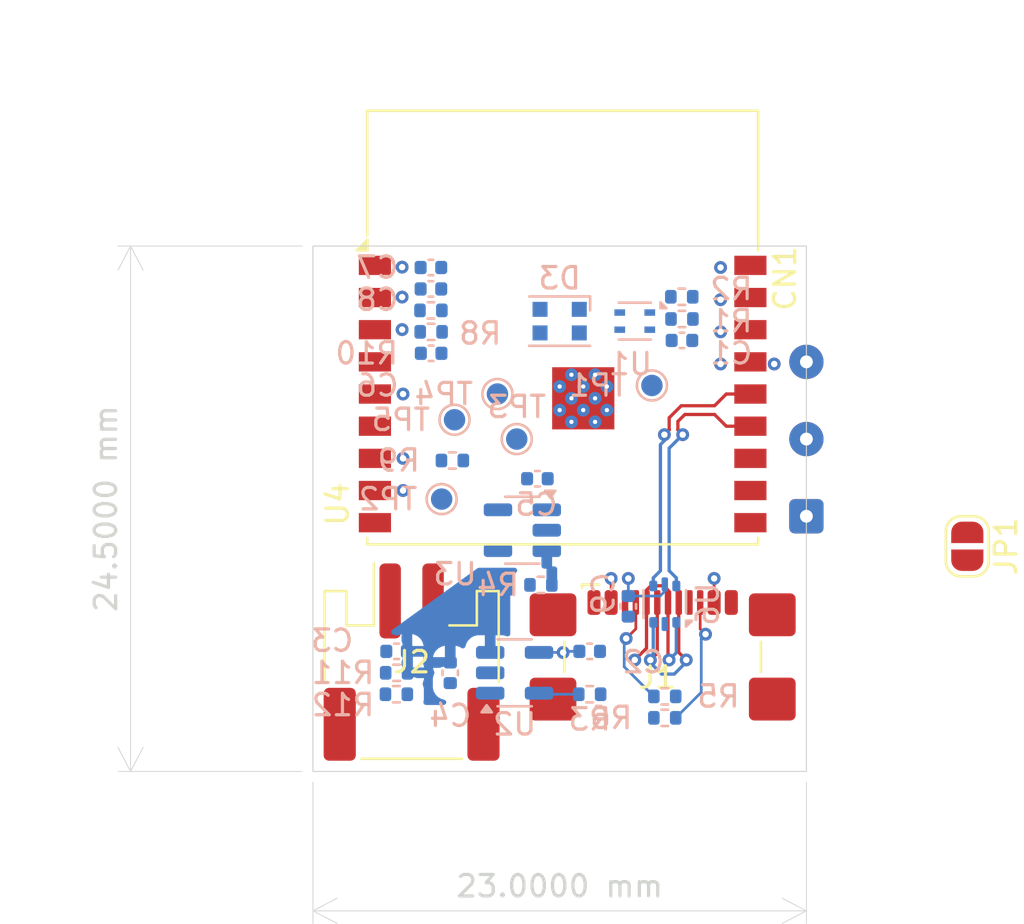
<source format=kicad_pcb>
(kicad_pcb (version 20240108) (generator "pcbnew") (generator_version "8.0")
  (layers (0 "F.Cu" signal "Front") (1 "In1.Cu" signal) (2 "In2.Cu" signal) (31 "B.Cu" signal "Back") (34 "B.Paste" user) (35 "F.Paste" user) (36 "B.SilkS" user "B.Silkscreen") (37 "F.SilkS" user "F.Silkscreen") (38 "B.Mask" user) (39 "F.Mask" user) (44 "Edge.Cuts" user))
  (property "TITLE" "Temperature Node")
  (net 0 "")
  (net 1 "/SHT_EN")
  (net 2 "GND")
  (net 3 "VBUS")
  (net 4 "+BATT")
  (net 5 "+3.3V")
  (net 6 "/EN")
  (net 7 "/TX")
  (net 8 "/RX")
  (net 9 "/LED_DI")
  (net 13 "/D-")
  (net 15 "/D+")
  (net 16 "Net-(J1-CC2)")
  (net 19 "Net-(J1-CC1)")
  (net 20 "Net-(JP1-B)")
  (net 21 "/SCL")
  (net 22 "/SDA")
  (net 23 "Net-(U2-PROG)")
  (net 24 "/CHG_STAT")
  (net 25 "Net-(U4-IO2)")
  (net 26 "Net-(U4-IO8)")
  (net 27 "/BATT_Att")
  (net 29 "/GPIO7")
  (net 31 "/GPIO5")
  (net 32 "/D_P")
  (net 33 "/D_N")
  (footprint "Connector_USB:USB_C_Receptacle_GCT_USB4110" (layer "F.Cu") (at 137.3 100.3)
    (property "Reference" "J1" (at -0.25 -0.18 0) (layer "F.SilkS"))
    (property "Value" "USB_C_Receptacle_USB2.0_16P")
    (fp_line (start -4.58 -0.435) (end -4.58 -1.845) (stroke (width 0.12)) (layer "F.SilkS"))
    (fp_line (start -3.76 -4.515) (end -3.76 -4.365) (stroke (width 0.12)) (layer "F.SilkS"))
    (fp_line (start -2.96 -4.515) (end -3.76 -4.515) (stroke (width 0.12)) (layer "F.SilkS"))
    (fp_line (start 4.58 -0.435) (end 4.58 -1.845) (stroke (width 0.12)) (layer "F.SilkS"))
    (pad "" np_thru_hole circle (at -2.89 -2.605) (size 0.65 0.65) (drill 0.65) (layers "F&B.Cu" "*.Mask"))
    (pad "" np_thru_hole circle (at 2.89 -2.605) (size 0.65 0.65) (drill 0.65) (layers "F&B.Cu" "*.Mask"))
    (pad "A1" smd roundrect (at -3.2 -3.68) (size 0.6 1.15) (layers "F.Cu" "F.Paste" "F.Mask") (net 2 "GND"))
    (pad "A4" smd roundrect (at -2.4 -3.68) (size 0.6 1.15) (layers "F.Cu" "F.Paste" "F.Mask") (net 3 "VBUS"))
    (pad "A5" smd roundrect (at -1.25 -3.68) (size 0.3 1.15) (layers "F.Cu" "F.Paste" "F.Mask") (net 19 "Net-(J1-CC1)"))
    (pad "A6" smd roundrect (at -0.25 -3.68) (size 0.3 1.15) (layers "F.Cu" "F.Paste" "F.Mask") (net 32 "/D_P"))
    (pad "A7" smd roundrect (at 0.25 -3.68) (size 0.3 1.15) (layers "F.Cu" "F.Paste" "F.Mask") (net 33 "/D_N"))
    (pad "A8" smd roundrect (at 1.25 -3.68) (size 0.3 1.15) (layers "F.Cu" "F.Paste" "F.Mask"))
    (pad "A9" smd roundrect (at 2.4 -3.68) (size 0.6 1.15) (layers "F.Cu" "F.Paste" "F.Mask") (net 3 "VBUS"))
    (pad "A12" smd roundrect (at 3.2 -3.68) (size 0.6 1.15) (layers "F.Cu" "F.Paste" "F.Mask") (net 2 "GND"))
    (pad "B1" smd roundrect (at 3.2 -3.68) (size 0.6 1.15) (layers "F.Cu" "F.Paste" "F.Mask") (net 2 "GND"))
    (pad "B4" smd roundrect (at 2.4 -3.68) (size 0.6 1.15) (layers "F.Cu" "F.Paste" "F.Mask") (net 3 "VBUS"))
    (pad "B5" smd roundrect (at 1.75 -3.68) (size 0.3 1.15) (layers "F.Cu" "F.Paste" "F.Mask") (net 16 "Net-(J1-CC2)"))
    (pad "B6" smd roundrect (at 0.75 -3.68) (size 0.3 1.15) (layers "F.Cu" "F.Paste" "F.Mask") (net 32 "/D_P"))
    (pad "B7" smd roundrect (at -0.75 -3.68) (size 0.3 1.15) (layers "F.Cu" "F.Paste" "F.Mask") (net 33 "/D_N"))
    (pad "B8" smd roundrect (at -1.75 -3.68) (size 0.3 1.15) (layers "F.Cu" "F.Paste" "F.Mask"))
    (pad "B9" smd roundrect (at -2.4 -3.68) (size 0.6 1.15) (layers "F.Cu" "F.Paste" "F.Mask") (net 3 "VBUS"))
    (pad "B12" smd roundrect (at -3.2 -3.68) (size 0.6 1.15) (layers "F.Cu" "F.Paste" "F.Mask") (net 2 "GND"))
    (pad "S1" smd roundrect (at -5.11 -3.105) (size 2.18 2) (layers "F.Cu" "F.Paste" "F.Mask") (roundrect_rratio 0.125))
    (pad "S1" smd roundrect (at -5.11 0.825) (size 2.18 2) (layers "F.Cu" "F.Paste" "F.Mask") (roundrect_rratio 0.125))
    (pad "S1" smd roundrect (at 5.11 -3.105) (size 2.18 2) (layers "F.Cu" "F.Paste" "F.Mask") (roundrect_rratio 0.125))
    (pad "S1" smd roundrect (at 5.11 0.825) (size 2.18 2) (layers "F.Cu" "F.Paste" "F.Mask") (roundrect_rratio 0.125))
  )
  (footprint "Jumper:SolderJumper-2_P1.3mm_Open_RoundedPad1.0x1.5mm" (layer "F.Cu") (at 151.5 94 -90)
    (property "Reference" "JP1" (at 0 -1.8 90) (layer "F.SilkS"))
    (property "Value" "~")
    (fp_line (start 0.7 1) (end -0.7 1) (stroke (width 0.12)) (layer "F.SilkS"))
    (fp_line (start -1.4 0.3) (end -1.4 -0.3) (stroke (width 0.12)) (layer "F.SilkS"))
    (fp_line (start 1.4 -0.3) (end 1.4 0.3) (stroke (width 0.12)) (layer "F.SilkS"))
    (fp_line (start -0.7 -1) (end 0.7 -1) (stroke (width 0.12)) (layer "F.SilkS"))
    (fp_arc (start -0.7 1) (mid -1.194975 0.794975) (end -1.4 0.3) (stroke (width 0.12)) (layer "F.SilkS"))
    (fp_arc (start 1.4 0.3) (mid 1.194975 0.794975) (end 0.7 1) (stroke (width 0.12)) (layer "F.SilkS"))
    (fp_arc (start -1.4 -0.3) (mid -1.194975 -0.794975) (end -0.7 -1) (stroke (width 0.12)) (layer "F.SilkS"))
    (fp_arc (start 0.7 -1) (mid 1.194975 -0.794975) (end 1.4 -0.3) (stroke (width 0.12)) (layer "F.SilkS"))
    (pad "1" smd custom (at -0.65 0 270) (size 1 0.5) (layers "F.Cu" "F.Mask") (net 2 "GND") (options (clearance outline) (anchor rect)) (primitives (gr_circle (center 0 0.25) (end 0.5 0.25) (width 0) (fill yes)) (gr_circle (center 0 -0.25) (end 0.5 -0.25) (width 0) (fill yes)) (gr_poly (pts (xy 0.5 0.75) (xy 0 0.75) (xy 0 -0.75) (xy 0.5 -0.75)) (width 0) (fill yes))))
    (pad "2" smd custom (at 0.65 0 270) (size 1 0.5) (layers "F.Cu" "F.Mask") (net 20 "Net-(JP1-B)") (options (clearance outline) (anchor rect)) (primitives (gr_circle (center 0 0.25) (end 0.5 0.25) (width 0) (fill yes)) (gr_circle (center 0 -0.25) (end 0.5 -0.25) (width 0) (fill yes)) (gr_poly (pts (xy 0 0.75) (xy -0.5 0.75) (xy -0.5 -0.75) (xy 0 -0.75)) (width 0) (fill yes))))
  )
  (footprint "RF_Module:ESP32-C3-WROOM-02" (layer "F.Cu") (at 132.64 86.9)
    (property "Reference" "U4" (at -10.5 5.13 90) (layer "F.SilkS"))
    (property "Value" "ESP32-C3-WROOM-02")
    (fp_line (start -9.11 -13.21) (end -9.11 -7.4) (stroke (width 0.12)) (layer "F.SilkS"))
    (fp_line (start -9.11 -13.21) (end 9.11 -13.21) (stroke (width 0.12)) (layer "F.SilkS"))
    (fp_line (start -9.11 6.71) (end -9.11 7.01) (stroke (width 0.12)) (layer "F.SilkS"))
    (fp_line (start -9.11 7.01) (end 9.11 7.01) (stroke (width 0.12)) (layer "F.SilkS"))
    (fp_line (start 9.11 -13.21) (end 9.11 -6.71) (stroke (width 0.12)) (layer "F.SilkS"))
    (fp_line (start 9.11 6.71) (end 9.11 7.01) (stroke (width 0.12)) (layer "F.SilkS"))
    (fp_poly (pts (xy -9.1 -6.7) (xy -9.6 -6.7) (xy -9.1 -7.2) (xy -9.1 -6.7)) (stroke (width 0.12)) (fill solid) (layer "F.SilkS"))
    (pad "1" smd rect (at -8.75 -6) (size 1.5 0.9) (layers "F.Cu" "F.Paste" "F.Mask") (net 5 "+3.3V"))
    (pad "2" smd rect (at -8.75 -4.5) (size 1.5 0.9) (layers "F.Cu" "F.Paste" "F.Mask") (net 6 "/EN"))
    (pad "3" smd rect (at -8.75 -3) (size 1.5 0.9) (layers "F.Cu" "F.Paste" "F.Mask") (net 9 "/LED_DI"))
    (pad "4" smd rect (at -8.75 -1.5) (size 1.5 0.9) (layers "F.Cu" "F.Paste" "F.Mask") (net 31 "/GPIO5"))
    (pad "5" smd rect (at -8.75 0) (size 1.5 0.9) (layers "F.Cu" "F.Paste" "F.Mask") (net 1 "/SHT_EN"))
    (pad "6" smd rect (at -8.75 1.5) (size 1.5 0.9) (layers "F.Cu" "F.Paste" "F.Mask") (net 29 "/GPIO7"))
    (pad "7" smd rect (at -8.75 3) (size 1.5 0.9) (layers "F.Cu" "F.Paste" "F.Mask") (net 26 "Net-(U4-IO8)"))
    (pad "8" smd rect (at -8.75 4.5) (size 1.5 0.9) (layers "F.Cu" "F.Paste" "F.Mask") (net 20 "Net-(JP1-B)"))
    (pad "9" smd rect (at -8.75 6) (size 1.5 0.9) (layers "F.Cu" "F.Paste" "F.Mask") (net 2 "GND"))
    (pad "10" smd rect (at 8.75 6) (size 1.5 0.9) (layers "F.Cu" "F.Paste" "F.Mask") (net 24 "/CHG_STAT"))
    (pad "11" smd rect (at 8.75 4.5) (size 1.5 0.9) (layers "F.Cu" "F.Paste" "F.Mask") (net 8 "/RX"))
    (pad "12" smd rect (at 8.75 3) (size 1.5 0.9) (layers "F.Cu" "F.Paste" "F.Mask") (net 7 "/TX"))
    (pad "13" smd rect (at 8.75 1.5) (size 1.5 0.9) (layers "F.Cu" "F.Paste" "F.Mask") (net 13 "/D-"))
    (pad "14" smd rect (at 8.75 0) (size 1.5 0.9) (layers "F.Cu" "F.Paste" "F.Mask") (net 15 "/D+"))
    (pad "15" smd rect (at 8.75 -1.5) (size 1.5 0.9) (layers "F.Cu" "F.Paste" "F.Mask") (net 27 "/BATT_Att"))
    (pad "16" smd rect (at 8.75 -3) (size 1.5 0.9) (layers "F.Cu" "F.Paste" "F.Mask") (net 25 "Net-(U4-IO2)"))
    (pad "17" smd rect (at 8.75 -4.5) (size 1.5 0.9) (layers "F.Cu" "F.Paste" "F.Mask") (net 22 "/SDA"))
    (pad "18" smd rect (at 8.75 -6) (size 1.5 0.9) (layers "F.Cu" "F.Paste" "F.Mask") (net 21 "/SCL"))
    (pad "19" thru_hole circle (at -0.14 -0.35) (size 0.6 0.6) (drill 0.2) (property pad_prop_heatsink) (layers "*.Cu" "F.Mask") (net 2 "GND"))
    (pad "19" thru_hole circle (at -0.14 0.75) (size 0.6 0.6) (drill 0.2) (property pad_prop_heatsink) (layers "*.Cu" "F.Mask") (net 2 "GND"))
    (pad "19" thru_hole circle (at 0.41 -0.9) (size 0.6 0.6) (drill 0.2) (property pad_prop_heatsink) (layers "*.Cu" "F.Mask") (net 2 "GND"))
    (pad "19" thru_hole circle (at 0.41 0.2) (size 0.6 0.6) (drill 0.2) (property pad_prop_heatsink) (layers "*.Cu" "F.Mask") (net 2 "GND"))
    (pad "19" thru_hole circle (at 0.41 1.3) (size 0.6 0.6) (drill 0.2) (property pad_prop_heatsink) (layers "*.Cu" "F.Mask") (net 2 "GND"))
    (pad "19" thru_hole circle (at 0.96 -0.35) (size 0.6 0.6) (drill 0.2) (property pad_prop_heatsink) (layers "*.Cu" "F.Mask") (net 2 "GND"))
    (pad "19" smd rect (at 0.96 0.2) (size 2.9 2.9) (layers "F.Cu" "F.Mask") (net 2 "GND"))
    (pad "19" thru_hole circle (at 0.96 0.75) (size 0.6 0.6) (drill 0.2) (property pad_prop_heatsink) (layers "*.Cu" "F.Mask") (net 2 "GND"))
    (pad "19" thru_hole circle (at 1.51 -0.9) (size 0.6 0.6) (drill 0.2) (property pad_prop_heatsink) (layers "*.Cu" "F.Mask") (net 2 "GND"))
    (pad "19" thru_hole circle (at 1.51 0.2) (size 0.6 0.6) (drill 0.2) (property pad_prop_heatsink) (layers "*.Cu" "F.Mask") (net 2 "GND"))
    (pad "19" thru_hole circle (at 1.51 1.3) (size 0.6 0.6) (drill 0.2) (property pad_prop_heatsink) (layers "*.Cu" "F.Mask") (net 2 "GND"))
    (pad "19" thru_hole circle (at 2.06 -0.35) (size 0.6 0.6) (drill 0.2) (property pad_prop_heatsink) (layers "*.Cu" "F.Mask") (net 2 "GND"))
    (pad "19" thru_hole circle (at 2.06 0.75) (size 0.6 0.6) (drill 0.2) (property pad_prop_heatsink) (layers "*.Cu" "F.Mask") (net 2 "GND"))
    (zone (net 0) (net_name "") (layers "*.Cu") (connect_pads (clearance 0)) (min_thickness 0.254)
      (keepout (tracks not_allowed) (vias not_allowed) (pads not_allowed) (copperpour not_allowed) (footprints not_allowed))
      (fill (thermal_gap 0.508) (thermal_bridge_width 0.508))
      (polygon (pts (xy 118.64 79.8) (xy 146.64 79.8) (xy 146.64 68.8) (xy 118.64 68.8)))
    )
  )
  (footprint "Connector_JST:JST_PH_S2B-PH-SM4-TB_1x02-1MP_P2.00mm_Horizontal" (layer "F.Cu") (at 125.6 99.4)
    (property "Reference" "J2" (at 0 0 0) (layer "F.SilkS"))
    (property "Value" "S2B-PH-K-S")
    (fp_line (start -4.06 -3.31) (end -3.04 -3.31) (stroke (width 0.12)) (layer "F.SilkS"))
    (fp_line (start -4.06 0.94) (end -4.06 -3.31) (stroke (width 0.12)) (layer "F.SilkS"))
    (fp_line (start -3.04 -3.31) (end -3.04 -1.71) (stroke (width 0.12)) (layer "F.SilkS"))
    (fp_line (start -3.04 -1.71) (end -1.76 -1.71) (stroke (width 0.12)) (layer "F.SilkS"))
    (fp_line (start -2.34 4.51) (end 2.34 4.51) (stroke (width 0.12)) (layer "F.SilkS"))
    (fp_line (start -1.76 -1.71) (end -1.76 -4.6) (stroke (width 0.12)) (layer "F.SilkS"))
    (fp_line (start 3.04 -3.31) (end 3.04 -1.71) (stroke (width 0.12)) (layer "F.SilkS"))
    (fp_line (start 3.04 -1.71) (end 1.76 -1.71) (stroke (width 0.12)) (layer "F.SilkS"))
    (fp_line (start 4.06 -3.31) (end 3.04 -3.31) (stroke (width 0.12)) (layer "F.SilkS"))
    (fp_line (start 4.06 0.94) (end 4.06 -3.31) (stroke (width 0.12)) (layer "F.SilkS"))
    (pad "1" smd roundrect (at -1 -2.85) (size 1 3.5) (layers "F.Cu" "F.Paste" "F.Mask") (net 4 "+BATT"))
    (pad "2" smd roundrect (at 1 -2.85) (size 1 3.5) (layers "F.Cu" "F.Paste" "F.Mask") (net 2 "GND"))
    (pad "MP" smd roundrect (at -3.35 2.9) (size 1.5 3.4) (layers "F.Cu" "F.Paste" "F.Mask") (roundrect_rratio 0.166667))
    (pad "MP" smd roundrect (at 3.35 2.9) (size 1.5 3.4) (layers "F.Cu" "F.Paste" "F.Mask") (roundrect_rratio 0.166667))
  )
  (footprint "Connector_Wire:SolderWire-0.1sqmm_1x03_P3.6mm_D0.4mm_OD1mm" (layer "F.Cu") (at 144 92.6 90)
    (property "Reference" "CN1" (at 11.09 -1 90) (layer "F.SilkS"))
    (property "Value" "UART")
    (pad "1" thru_hole roundrect (at 0 0 90) (size 1.6 1.6) (drill 0.6) (layers "*.Cu" "*.Mask") (roundrect_rratio 0.15625) (net 8 "/RX"))
    (pad "2" thru_hole circle (at 3.6 0 90) (size 1.6 1.6) (drill 0.6) (layers "*.Cu" "*.Mask") (net 7 "/TX"))
    (pad "3" thru_hole circle (at 7.2 0 90) (size 1.6 1.6) (drill 0.6) (layers "*.Cu" "*.Mask") (net 2 "GND"))
  )
  (footprint "Resistor_SMD:R_0402_1005Metric" (layer "B.Cu") (at 133.9 100.9)
    (property "Reference" "R3" (at 0 1.17 360) (layer "B.SilkS") (effects (justify mirror)))
    (property "Value" "10k")
    (fp_line (start 0.153641 -0.38) (end -0.153641 -0.38) (stroke (width 0.12)) (layer "B.SilkS"))
    (fp_line (start 0.153641 0.38) (end -0.153641 0.38) (stroke (width 0.12)) (layer "B.SilkS"))
    (pad "1" smd roundrect (at -0.51 0) (size 0.54 0.64) (layers "B.Cu" "B.Paste" "B.Mask") (net 23 "Net-(U2-PROG)"))
    (pad "2" smd roundrect (at 0.51 0) (size 0.54 0.64) (layers "B.Cu" "B.Paste" "B.Mask") (net 2 "GND"))
  )
  (footprint "Resistor_SMD:R_0402_1005Metric" (layer "B.Cu") (at 137.4 101 180)
    (property "Reference" "R5" (at -2.5 0 0) (layer "B.SilkS") (effects (justify mirror)))
    (property "Value" "5k1")
    (fp_line (start 0.153641 0.38) (end -0.153641 0.38) (stroke (width 0.12)) (layer "B.SilkS"))
    (fp_line (start 0.153641 -0.38) (end -0.153641 -0.38) (stroke (width 0.12)) (layer "B.SilkS"))
    (pad "1" smd roundrect (at -0.51 0 180) (size 0.54 0.64) (layers "B.Cu" "B.Paste" "B.Mask") (net 2 "GND"))
    (pad "2" smd roundrect (at 0.51 0 180) (size 0.54 0.64) (layers "B.Cu" "B.Paste" "B.Mask") (net 19 "Net-(J1-CC1)"))
  )
  (footprint "Sensor_Humidity:Sensirion_DFN-4_1.5x1.5mm_P0.8mm_SHT4x_NoCentralPad" (layer "B.Cu") (at 136 83.5 180)
    (property "Reference" "U1" (at 0.2 -2 0) (layer "B.SilkS") (effects (justify mirror)))
    (property "Value" "SHT40-AD1B-R3")
    (fp_line (start 0.75 0.86) (end -0.75 0.86) (stroke (width 0.12)) (layer "B.SilkS"))
    (fp_line (start 0.75 -0.86) (end -0.75 -0.86) (stroke (width 0.12)) (layer "B.SilkS"))
    (fp_poly (pts (xy -1.2 0.6) (xy -1.48 0.6) (xy -1.2 0.88) (xy -1.2 0.6)) (stroke (width 0.12)) (fill solid) (layer "B.SilkS"))
    (pad "1" smd rect (at -0.7 0.4 180) (size 0.5 0.3) (layers "B.Cu" "B.Paste" "B.Mask") (net 22 "/SDA"))
    (pad "2" smd rect (at -0.7 -0.4 180) (size 0.5 0.3) (layers "B.Cu" "B.Paste" "B.Mask") (net 21 "/SCL"))
    (pad "3" smd rect (at 0.7 -0.4 180) (size 0.5 0.3) (layers "B.Cu" "B.Paste" "B.Mask") (net 1 "/SHT_EN"))
    (pad "4" smd rect (at 0.7 0.4 180) (size 0.5 0.3) (layers "B.Cu" "B.Paste" "B.Mask") (net 2 "GND"))
    (zone (net 0) (net_name "") (layer "B.Cu") (connect_pads (clearance 0)) (min_thickness 0.254)
      (keepout (tracks not_allowed) (vias not_allowed) (pads allowed) (copperpour not_allowed) (footprints allowed))
      (fill (thermal_gap 0.508) (thermal_bridge_width 0.508))
      (polygon (pts (xy 135.25 82.95) (xy 135.55 82.95) (xy 135.55 83.25) (xy 135.25 83.25) (xy 135.25 83.75) (xy 135.55 83.75) (xy 135.55 84.05) (xy 135.25 84.05) (xy 135.25 84.25) (xy 136.75 84.25) (xy 136.75 84.05) (xy 136.45 84.05) (xy 136.45 83.75) (xy 136.75 83.75) (xy 136.75 83.25) (xy 136.45 83.25) (xy 136.45 82.95) (xy 136.75 82.95) (xy 136.75 82.75) (xy 135.25 82.75)))
    )
  )
  (footprint "Resistor_SMD:R_0402_1005Metric" (layer "B.Cu") (at 124.9 99.9 180)
    (property "Reference" "R11" (at 2.5 0 360) (layer "B.SilkS") (effects (justify mirror)))
    (property "Value" "100k")
    (fp_line (start 0.153641 0.38) (end -0.153641 0.38) (stroke (width 0.12)) (layer "B.SilkS"))
    (fp_line (start 0.153641 -0.38) (end -0.153641 -0.38) (stroke (width 0.12)) (layer "B.SilkS"))
    (pad "1" smd roundrect (at -0.51 0 180) (size 0.54 0.64) (layers "B.Cu" "B.Paste" "B.Mask") (net 4 "+BATT"))
    (pad "2" smd roundrect (at 0.51 0 180) (size 0.54 0.64) (layers "B.Cu" "B.Paste" "B.Mask") (net 27 "/BATT_Att"))
  )
  (footprint "Capacitor_SMD:C_0402_1005Metric" (layer "B.Cu") (at 126.5 81)
    (property "Reference" "C7" (at -2.5 0 0) (layer "B.SilkS") (effects (justify mirror)))
    (property "Value" "10u")
    (fp_line (start 0.107836 -0.36) (end -0.107836 -0.36) (stroke (width 0.12)) (layer "B.SilkS"))
    (fp_line (start 0.107836 0.36) (end -0.107836 0.36) (stroke (width 0.12)) (layer "B.SilkS"))
    (pad "1" smd roundrect (at -0.48 0) (size 0.56 0.62) (layers "B.Cu" "B.Paste" "B.Mask") (net 5 "+3.3V"))
    (pad "2" smd roundrect (at 0.48 0) (size 0.56 0.62) (layers "B.Cu" "B.Paste" "B.Mask") (net 2 "GND"))
  )
  (footprint "TestPoint:TestPoint_Pad_D1.0mm" (layer "B.Cu") (at 127.6 88.1 180)
    (property "Reference" "TP5" (at 2.5 0 0) (layer "B.SilkS") (effects (justify mirror)))
    (property "Value" "GND")
    (fp_circle (center 0 0) (end 0 -0.7) (stroke (width 0.12)) (fill none) (layer "B.SilkS"))
    (pad "1" smd circle (at 0 0 180) (size 1 1) (layers "B.Cu" "B.Mask") (net 2 "GND"))
  )
  (footprint "Resistor_SMD:R_0402_1005Metric" (layer "B.Cu") (at 126.5 83 180)
    (property "Reference" "R8" (at -2.298321 -1.073385 0) (layer "B.SilkS") (effects (justify mirror)))
    (property "Value" "10k")
    (fp_line (start 0.153641 0.38) (end -0.153641 0.38) (stroke (width 0.12)) (layer "B.SilkS"))
    (fp_line (start 0.153641 -0.38) (end -0.153641 -0.38) (stroke (width 0.12)) (layer "B.SilkS"))
    (pad "1" smd roundrect (at -0.51 0 180) (size 0.54 0.64) (layers "B.Cu" "B.Paste" "B.Mask") (net 25 "Net-(U4-IO2)"))
    (pad "2" smd roundrect (at 0.51 0 180) (size 0.54 0.64) (layers "B.Cu" "B.Paste" "B.Mask") (net 5 "+3.3V"))
  )
  (footprint "TestPoint:TestPoint_Pad_D1.0mm" (layer "B.Cu") (at 136.8 86.5 180)
    (property "Reference" "TP1" (at 2.5 0 0) (layer "B.SilkS") (effects (justify mirror)))
    (property "Value" "VBUS")
    (fp_circle (center 0 0) (end 0 -0.7) (stroke (width 0.12)) (fill none) (layer "B.SilkS"))
    (pad "1" smd circle (at 0 0 180) (size 1 1) (layers "B.Cu" "B.Mask") (net 3 "VBUS"))
  )
  (footprint "Package_TO_SOT_SMD:SOT-23-5" (layer "B.Cu") (at 130.4 99.9)
    (property "Reference" "U2" (at 0 2.4 360) (layer "B.SilkS") (effects (justify mirror)))
    (property "Value" "MCP73831-2-OT")
    (fp_line (start -0.8 -1.56) (end 0 -1.56) (stroke (width 0.12)) (layer "B.SilkS"))
    (fp_line (start -0.8 1.56) (end 0 1.56) (stroke (width 0.12)) (layer "B.SilkS"))
    (fp_line (start 0.8 -1.56) (end 0 -1.56) (stroke (width 0.12)) (layer "B.SilkS"))
    (fp_line (start 0.8 1.56) (end 0 1.56) (stroke (width 0.12)) (layer "B.SilkS"))
    (fp_poly (pts (xy -1.3 1.51) (xy -1.54 1.84) (xy -1.06 1.84) (xy -1.3 1.51)) (stroke (width 0.12)) (fill solid) (layer "B.SilkS"))
    (pad "1" smd roundrect (at -1.1375 0.95) (size 1.325 0.6) (layers "B.Cu" "B.Paste" "B.Mask") (net 24 "/CHG_STAT"))
    (pad "2" smd roundrect (at -1.1375 0) (size 1.325 0.6) (layers "B.Cu" "B.Paste" "B.Mask") (net 2 "GND"))
    (pad "3" smd roundrect (at -1.1375 -0.95) (size 1.325 0.6) (layers "B.Cu" "B.Paste" "B.Mask") (net 4 "+BATT"))
    (pad "4" smd roundrect (at 1.1375 -0.95) (size 1.325 0.6) (layers "B.Cu" "B.Paste" "B.Mask") (net 3 "VBUS"))
    (pad "5" smd roundrect (at 1.1375 0.95) (size 1.325 0.6) (layers "B.Cu" "B.Paste" "B.Mask") (net 23 "Net-(U2-PROG)"))
  )
  (footprint "TestPoint:TestPoint_Pad_D1.0mm" (layer "B.Cu") (at 127 91.8 180)
    (property "Reference" "TP2" (at 2.5 0 0) (layer "B.SilkS") (effects (justify mirror)))
    (property "Value" "+BATT")
    (fp_circle (center 0 0) (end 0 -0.7) (stroke (width 0.12)) (fill none) (layer "B.SilkS"))
    (pad "1" smd circle (at 0 0 180) (size 1 1) (layers "B.Cu" "B.Mask") (net 4 "+BATT"))
  )
  (footprint "Capacitor_SMD:C_0402_1005Metric" (layer "B.Cu") (at 126.51 85)
    (property "Reference" "C6" (at -2.5 1.5 0) (layer "B.SilkS") (effects (justify mirror)))
    (property "Value" "1u")
    (fp_line (start 0.107836 -0.36) (end -0.107836 -0.36) (stroke (width 0.12)) (layer "B.SilkS"))
    (fp_line (start 0.107836 0.36) (end -0.107836 0.36) (stroke (width 0.12)) (layer "B.SilkS"))
    (pad "1" smd roundrect (at -0.48 0) (size 0.56 0.62) (layers "B.Cu" "B.Paste" "B.Mask") (net 6 "/EN"))
    (pad "2" smd roundrect (at 0.48 0) (size 0.56 0.62) (layers "B.Cu" "B.Paste" "B.Mask") (net 2 "GND"))
  )
  (footprint "Capacitor_SMD:C_0402_1005Metric" (layer "B.Cu") (at 126.5 82)
    (property "Reference" "C8" (at -2.5 0.5 0) (layer "B.SilkS") (effects (justify mirror)))
    (property "Value" "100n")
    (fp_line (start 0.107836 -0.36) (end -0.107836 -0.36) (stroke (width 0.12)) (layer "B.SilkS"))
    (fp_line (start 0.107836 0.36) (end -0.107836 0.36) (stroke (width 0.12)) (layer "B.SilkS"))
    (pad "1" smd roundrect (at -0.48 0) (size 0.56 0.62) (layers "B.Cu" "B.Paste" "B.Mask") (net 5 "+3.3V"))
    (pad "2" smd roundrect (at 0.48 0) (size 0.56 0.62) (layers "B.Cu" "B.Paste" "B.Mask") (net 2 "GND"))
  )
  (footprint "Resistor_SMD:R_0402_1005Metric" (layer "B.Cu") (at 138.192175 82.365343 180)
    (property "Reference" "R2" (at -2.307825 0.365343 0) (layer "B.SilkS") (effects (justify mirror)))
    (property "Value" "10k")
    (fp_line (start 0.153641 0.38) (end -0.153641 0.38) (stroke (width 0.12)) (layer "B.SilkS"))
    (fp_line (start 0.153641 -0.38) (end -0.153641 -0.38) (stroke (width 0.12)) (layer "B.SilkS"))
    (pad "1" smd roundrect (at -0.51 0 180) (size 0.54 0.64) (layers "B.Cu" "B.Paste" "B.Mask") (net 1 "/SHT_EN"))
    (pad "2" smd roundrect (at 0.51 0 180) (size 0.54 0.64) (layers "B.Cu" "B.Paste" "B.Mask") (net 22 "/SDA"))
  )
  (footprint "Capacitor_SMD:C_0402_1005Metric" (layer "B.Cu") (at 138.2 84.4)
    (property "Reference" "C1" (at 2.3 0.6 0) (layer "B.SilkS") (effects (justify mirror)))
    (property "Value" "100n")
    (fp_line (start 0.107836 -0.36) (end -0.107836 -0.36) (stroke (width 0.12)) (layer "B.SilkS"))
    (fp_line (start 0.107836 0.36) (end -0.107836 0.36) (stroke (width 0.12)) (layer "B.SilkS"))
    (pad "1" smd roundrect (at -0.48 0) (size 0.56 0.62) (layers "B.Cu" "B.Paste" "B.Mask") (net 1 "/SHT_EN"))
    (pad "2" smd roundrect (at 0.48 0) (size 0.56 0.62) (layers "B.Cu" "B.Paste" "B.Mask") (net 2 "GND"))
  )
  (footprint "Resistor_SMD:R_0402_1005Metric" (layer "B.Cu") (at 137.4 102)
    (property "Reference" "R6" (at -2.5 0 0) (layer "B.SilkS") (effects (justify mirror)))
    (property "Value" "5k1")
    (fp_line (start 0.153641 -0.38) (end -0.153641 -0.38) (stroke (width 0.12)) (layer "B.SilkS"))
    (fp_line (start 0.153641 0.38) (end -0.153641 0.38) (stroke (width 0.12)) (layer "B.SilkS"))
    (pad "1" smd roundrect (at -0.51 0) (size 0.54 0.64) (layers "B.Cu" "B.Paste" "B.Mask") (net 2 "GND"))
    (pad "2" smd roundrect (at 0.51 0) (size 0.54 0.64) (layers "B.Cu" "B.Paste" "B.Mask") (net 16 "Net-(J1-CC2)"))
  )
  (footprint "TestPoint:TestPoint_Pad_D1.0mm" (layer "B.Cu") (at 129.6 86.9 180)
    (property "Reference" "TP4" (at 2.5 0 0) (layer "B.SilkS") (effects (justify mirror)))
    (property "Value" "SHT_EN")
    (fp_circle (center 0 0) (end 0 -0.7) (stroke (width 0.12)) (fill none) (layer "B.SilkS"))
    (pad "1" smd circle (at 0 0 180) (size 1 1) (layers "B.Cu" "B.Mask") (net 1 "/SHT_EN"))
  )
  (footprint "Capacitor_SMD:C_0402_1005Metric" (layer "B.Cu") (at 135.7 96.8 -90)
    (property "Reference" "C9" (at -0.6 1.16 90) (layer "B.SilkS") (effects (justify mirror)))
    (property "Value" "100n")
    (fp_line (start 0.107836 0.36) (end -0.107836 0.36) (stroke (width 0.12)) (layer "B.SilkS"))
    (fp_line (start 0.107836 -0.36) (end -0.107836 -0.36) (stroke (width 0.12)) (layer "B.SilkS"))
    (pad "1" smd roundrect (at -0.48 0 270) (size 0.56 0.62) (layers "B.Cu" "B.Paste" "B.Mask") (net 3 "VBUS"))
    (pad "2" smd roundrect (at 0.48 0 270) (size 0.56 0.62) (layers "B.Cu" "B.Paste" "B.Mask") (net 2 "GND"))
  )
  (footprint "Capacitor_SMD:C_0402_1005Metric" (layer "B.Cu") (at 133.9 98.9)
    (property "Reference" "C2" (at 2.5 0.5 360) (layer "B.SilkS") (effects (justify mirror)))
    (property "Value" "4u7")
    (fp_line (start 0.107836 -0.36) (end -0.107836 -0.36) (stroke (width 0.12)) (layer "B.SilkS"))
    (fp_line (start 0.107836 0.36) (end -0.107836 0.36) (stroke (width 0.12)) (layer "B.SilkS"))
    (pad "1" smd roundrect (at -0.48 0) (size 0.56 0.62) (layers "B.Cu" "B.Paste" "B.Mask") (net 3 "VBUS"))
    (pad "2" smd roundrect (at 0.48 0) (size 0.56 0.62) (layers "B.Cu" "B.Paste" "B.Mask") (net 2 "GND"))
  )
  (footprint "Capacitor_SMD:C_0402_1005Metric" (layer "B.Cu") (at 131.4625 90.85)
    (property "Reference" "C5" (at -0.049122 1.202403 360) (layer "B.SilkS") (effects (justify mirror)))
    (property "Value" "1u")
    (fp_line (start 0.107836 -0.36) (end -0.107836 -0.36) (stroke (width 0.12)) (layer "B.SilkS"))
    (fp_line (start 0.107836 0.36) (end -0.107836 0.36) (stroke (width 0.12)) (layer "B.SilkS"))
    (pad "1" smd roundrect (at -0.48 0) (size 0.56 0.62) (layers "B.Cu" "B.Paste" "B.Mask") (net 5 "+3.3V"))
    (pad "2" smd roundrect (at 0.48 0) (size 0.56 0.62) (layers "B.Cu" "B.Paste" "B.Mask") (net 2 "GND"))
  )
  (footprint "Resistor_SMD:R_0402_1005Metric" (layer "B.Cu") (at 124.89 100.9 180)
    (property "Reference" "R12" (at 2.49 -0.5 360) (layer "B.SilkS") (effects (justify mirror)))
    (property "Value" "100k")
    (fp_line (start 0.153641 0.38) (end -0.153641 0.38) (stroke (width 0.12)) (layer "B.SilkS"))
    (fp_line (start 0.153641 -0.38) (end -0.153641 -0.38) (stroke (width 0.12)) (layer "B.SilkS"))
    (pad "1" smd roundrect (at -0.51 0 180) (size 0.54 0.64) (layers "B.Cu" "B.Paste" "B.Mask") (net 27 "/BATT_Att"))
    (pad "2" smd roundrect (at 0.51 0 180) (size 0.54 0.64) (layers "B.Cu" "B.Paste" "B.Mask") (net 2 "GND"))
  )
  (footprint "Package_TO_SOT_SMD:SOT-666" (layer "B.Cu") (at 137.4 96.7 90)
    (property "Reference" "U6" (at 0 2 90) (layer "B.SilkS") (effects (justify mirror)))
    (property "Value" "USBLC6-2P6")
    (fp_line (start -0.65 -0.99) (end 0.65 -0.99) (stroke (width 0.12)) (layer "B.SilkS"))
    (fp_line (start -0.4 0.99) (end 0.65 0.99) (stroke (width 0.12)) (layer "B.SilkS"))
    (fp_poly (pts (xy -0.77 0.99) (xy -1.05 0.99) (xy -0.77 1.27) (xy -0.77 0.99)) (stroke (width 0.12)) (fill solid) (layer "B.SilkS"))
    (pad "1" smd roundrect (at -0.85 0.5375 90) (size 0.5 0.375) (layers "B.Cu" "B.Paste" "B.Mask") (net 33 "/D_N"))
    (pad "2" smd roundrect (at -0.925 0 90) (size 0.65 0.3) (layers "B.Cu" "B.Paste" "B.Mask") (net 2 "GND"))
    (pad "3" smd roundrect (at -0.85 -0.5375 90) (size 0.5 0.375) (layers "B.Cu" "B.Paste" "B.Mask") (net 32 "/D_P"))
    (pad "4" smd roundrect (at 0.85 -0.5375 90) (size 0.5 0.375) (layers "B.Cu" "B.Paste" "B.Mask") (net 15 "/D+"))
    (pad "5" smd roundrect (at 0.925 0 90) (size 0.65 0.3) (layers "B.Cu" "B.Paste" "B.Mask") (net 3 "VBUS"))
    (pad "6" smd roundrect (at 0.85 0.5375 90) (size 0.5 0.375) (layers "B.Cu" "B.Paste" "B.Mask") (net 13 "/D-"))
  )
  (footprint "Capacitor_SMD:C_0402_1005Metric" (layer "B.Cu") (at 124.9 98.9 180)
    (property "Reference" "C3" (at 3 0.5 360) (layer "B.SilkS") (effects (justify mirror)))
    (property "Value" "4u7")
    (fp_line (start 0.107836 0.36) (end -0.107836 0.36) (stroke (width 0.12)) (layer "B.SilkS"))
    (fp_line (start 0.107836 -0.36) (end -0.107836 -0.36) (stroke (width 0.12)) (layer "B.SilkS"))
    (pad "1" smd roundrect (at -0.48 0 180) (size 0.56 0.62) (layers "B.Cu" "B.Paste" "B.Mask") (net 4 "+BATT"))
    (pad "2" smd roundrect (at 0.48 0 180) (size 0.56 0.62) (layers "B.Cu" "B.Paste" "B.Mask") (net 2 "GND"))
  )
  (footprint "Capacitor_SMD:C_0402_1005Metric" (layer "B.Cu") (at 127.4 99.9 -90)
    (property "Reference" "C4" (at 2 0 360) (layer "B.SilkS") (effects (justify mirror)))
    (property "Value" "1u")
    (fp_line (start 0.107836 0.36) (end -0.107836 0.36) (stroke (width 0.12)) (layer "B.SilkS"))
    (fp_line (start 0.107836 -0.36) (end -0.107836 -0.36) (stroke (width 0.12)) (layer "B.SilkS"))
    (pad "1" smd roundrect (at -0.48 0 270) (size 0.56 0.62) (layers "B.Cu" "B.Paste" "B.Mask") (net 4 "+BATT"))
    (pad "2" smd roundrect (at 0.48 0 270) (size 0.56 0.62) (layers "B.Cu" "B.Paste" "B.Mask") (net 2 "GND"))
  )
  (footprint "Resistor_SMD:R_0402_1005Metric" (layer "B.Cu") (at 138.2 83.4 180)
    (property "Reference" "R1" (at -2.3 -0.1 0) (layer "B.SilkS") (effects (justify mirror)))
    (property "Value" "10k")
    (fp_line (start 0.153641 0.38) (end -0.153641 0.38) (stroke (width 0.12)) (layer "B.SilkS"))
    (fp_line (start 0.153641 -0.38) (end -0.153641 -0.38) (stroke (width 0.12)) (layer "B.SilkS"))
    (pad "1" smd roundrect (at -0.51 0 180) (size 0.54 0.64) (layers "B.Cu" "B.Paste" "B.Mask") (net 1 "/SHT_EN"))
    (pad "2" smd roundrect (at 0.51 0 180) (size 0.54 0.64) (layers "B.Cu" "B.Paste" "B.Mask") (net 21 "/SCL"))
  )
  (footprint "Package_TO_SOT_SMD:SOT-23-5" (layer "B.Cu") (at 130.7625 93.25 180)
    (property "Reference" "U3" (at 3.1375 -2.05 0) (layer "B.SilkS") (effects (justify mirror)))
    (property "Value" "MIC5504-3.3YM5")
    (fp_line (start 0.8 1.56) (end 0 1.56) (stroke (width 0.12)) (layer "B.SilkS"))
    (fp_line (start 0.8 -1.56) (end 0 -1.56) (stroke (width 0.12)) (layer "B.SilkS"))
    (fp_line (start -0.8 1.56) (end 0 1.56) (stroke (width 0.12)) (layer "B.SilkS"))
    (fp_line (start -0.8 -1.56) (end 0 -1.56) (stroke (width 0.12)) (layer "B.SilkS"))
    (fp_poly (pts (xy -1.3 1.51) (xy -1.54 1.84) (xy -1.06 1.84) (xy -1.3 1.51)) (stroke (width 0.12)) (fill solid) (layer "B.SilkS"))
    (pad "1" smd roundrect (at -1.1375 0.95 180) (size 1.325 0.6) (layers "B.Cu" "B.Paste" "B.Mask") (net 4 "+BATT"))
    (pad "2" smd roundrect (at -1.1375 0 180) (size 1.325 0.6) (layers "B.Cu" "B.Paste" "B.Mask") (net 2 "GND"))
    (pad "3" smd roundrect (at -1.1375 -0.95 180) (size 1.325 0.6) (layers "B.Cu" "B.Paste" "B.Mask") (net 4 "+BATT"))
    (pad "4" smd roundrect (at 1.1375 -0.95 180) (size 1.325 0.6) (layers "B.Cu" "B.Paste" "B.Mask"))
    (pad "5" smd roundrect (at 1.1375 0.95 180) (size 1.325 0.6) (layers "B.Cu" "B.Paste" "B.Mask") (net 5 "+3.3V"))
  )
  (footprint "Resistor_SMD:R_0402_1005Metric" (layer "B.Cu") (at 131.625 95.8 180)
    (property "Reference" "R4" (at 2 0 0) (layer "B.SilkS") (effects (justify mirror)))
    (property "Value" "10k")
    (fp_line (start 0.153641 0.38) (end -0.153641 0.38) (stroke (width 0.12)) (layer "B.SilkS"))
    (fp_line (start 0.153641 -0.38) (end -0.153641 -0.38) (stroke (width 0.12)) (layer "B.SilkS"))
    (pad "1" smd roundrect (at -0.51 0 180) (size 0.54 0.64) (layers "B.Cu" "B.Paste" "B.Mask") (net 4 "+BATT"))
    (pad "2" smd roundrect (at 0.51 0 180) (size 0.54 0.64) (layers "B.Cu" "B.Paste" "B.Mask") (net 24 "/CHG_STAT"))
  )
  (footprint "Resistor_SMD:R_0402_1005Metric" (layer "B.Cu") (at 127.5 90)
    (property "Reference" "R9" (at -2.5 0 0) (layer "B.SilkS") (effects (justify mirror)))
    (property "Value" "10k")
    (fp_line (start 0.153641 -0.38) (end -0.153641 -0.38) (stroke (width 0.12)) (layer "B.SilkS"))
    (fp_line (start 0.153641 0.38) (end -0.153641 0.38) (stroke (width 0.12)) (layer "B.SilkS"))
    (pad "1" smd roundrect (at -0.51 0) (size 0.54 0.64) (layers "B.Cu" "B.Paste" "B.Mask") (net 26 "Net-(U4-IO8)"))
    (pad "2" smd roundrect (at 0.51 0) (size 0.54 0.64) (layers "B.Cu" "B.Paste" "B.Mask") (net 5 "+3.3V"))
  )
  (footprint "TestPoint:TestPoint_Pad_D1.0mm" (layer "B.Cu") (at 130.5 89 180)
    (property "Reference" "TP3" (at 0 1.5 0) (layer "B.SilkS") (effects (justify mirror)))
    (property "Value" "3V3")
    (fp_circle (center 0 0) (end 0 -0.7) (stroke (width 0.12)) (fill none) (layer "B.SilkS"))
    (pad "1" smd circle (at 0 0 180) (size 1 1) (layers "B.Cu" "B.Mask") (net 5 "+3.3V"))
  )
  (footprint "LED_SMD:LED_WS2812B-2020_PLCC4_2.0x2.0mm" (layer "B.Cu") (at 132.5 83.5 180)
    (property "Reference" "D3" (at 0 2 0) (layer "B.SilkS") (effects (justify mirror)))
    (property "Value" "WS2812B-2020")
    (fp_line (start 1.42 1.15) (end -1.42 1.15) (stroke (width 0.12)) (layer "B.SilkS"))
    (fp_line (start 1.42 -1.15) (end -1.42 -1.15) (stroke (width 0.12)) (layer "B.SilkS"))
    (fp_line (start -1.42 0.5) (end -1.42 1.15) (stroke (width 0.12)) (layer "B.SilkS"))
    (pad "1" smd rect (at -0.915 0.55 180) (size 0.7 0.7) (layers "B.Cu" "B.Paste" "B.Mask"))
    (pad "2" smd rect (at -0.915 -0.55 180) (size 0.7 0.7) (layers "B.Cu" "B.Paste" "B.Mask") (net 2 "GND"))
    (pad "3" smd rect (at 0.915 -0.55 180) (size 0.7 0.7) (layers "B.Cu" "B.Paste" "B.Mask") (net 9 "/LED_DI"))
    (pad "4" smd rect (at 0.915 0.55 180) (size 0.7 0.7) (layers "B.Cu" "B.Paste" "B.Mask") (net 5 "+3.3V"))
  )
  (footprint "Resistor_SMD:R_0402_1005Metric" (layer "B.Cu") (at 126.51 84 180)
    (property "Reference" "R10" (at 3 -1 0) (layer "B.SilkS") (effects (justify mirror)))
    (property "Value" "10k")
    (fp_line (start 0.153641 0.38) (end -0.153641 0.38) (stroke (width 0.12)) (layer "B.SilkS"))
    (fp_line (start 0.153641 -0.38) (end -0.153641 -0.38) (stroke (width 0.12)) (layer "B.SilkS"))
    (pad "1" smd roundrect (at -0.51 0 180) (size 0.54 0.64) (layers "B.Cu" "B.Paste" "B.Mask") (net 5 "+3.3V"))
    (pad "2" smd roundrect (at 0.51 0 180) (size 0.54 0.64) (layers "B.Cu" "B.Paste" "B.Mask") (net 6 "/EN"))
  )
  (gr_rect (start 121 80) (end 144 104.5) (stroke (width 0.05)) (fill none) (layer "Edge.Cuts"))
  (dimension (type aligned) (layer "Edge.Cuts") (pts (xy 121 104.5) (xy 144 104.5)) (height 6.499999) (gr_text "23,0000 mm" (at 132.5 109.849999 0) (layer "Edge.Cuts") (effects (font (size 1 1) (thickness 0.15)))) (format (prefix "") (suffix "") (units 3) (units_format 1) (precision 4)) (style (thickness 0.0381) (arrow_length 1.27) (text_position_mode 0) (extension_height 0.58642) (extension_offset 0.5) keep_text_aligned))
  (dimension (type aligned) (layer "Edge.Cuts") (pts (xy 121 80) (xy 121 104.5)) (height 8.5) (gr_text "24,5000 mm" (at 111.35 92.25 90) (layer "Edge.Cuts") (effects (font (size 1 1) (thickness 0.15)))) (format (prefix "") (suffix "") (units 3) (units_format 1) (precision 4)) (style (thickness 0.0381) (arrow_length 1.27) (text_position_mode 0) (extension_height 0.58642) (extension_offset 0.5) keep_text_aligned))
  (via (at 125.2 86.9) (size 0.6) (drill 0.3) (layers "F.Cu" "B.Cu") (net 1))
  (segment (start 134.9 96.62) (end 134.9 95.5) (width 0.127) (layer "F.Cu") (net 3))
  (segment (start 139.7 96.62) (end 139.7 95.5) (width 0.127) (layer "F.Cu") (net 3))
  (via (at 135.7 95.5) (size 0.6) (drill 0.3) (layers "F.Cu" "B.Cu") (net 3))
  (via (at 139.7 95.5) (size 0.6) (drill 0.3) (layers "F.Cu" "B.Cu") (net 3))
  (via (at 134.9 95.5) (size 0.6) (drill 0.3) (layers "F.Cu" "B.Cu") (net 3))
  (via (at 132.662585 98.953546) (size 0.6) (drill 0.3) (layers "F.Cu" "B.Cu") (net 3))
  (segment (start 137.4 96.099999) (end 137.4 95.775) (width 0.127) (layer "B.Cu") (net 3))
  (segment (start 132.659039 98.95) (end 132.662585 98.953546) (width 0.127) (layer "B.Cu") (net 3))
  (segment (start 135.7 96.32) (end 135.7 95.5) (width 0.127) (layer "B.Cu") (net 3))
  (segment (start 135.7 96.32) (end 137.179999 96.32) (width 0.127) (layer "B.Cu") (net 3))
  (segment (start 132.716131 98.9) (end 132.662585 98.953546) (width 0.127) (layer "B.Cu") (net 3))
  (segment (start 131.5375 98.95) (end 132.659039 98.95) (width 0.127) (layer "B.Cu") (net 3))
  (segment (start 137.179999 96.32) (end 137.4 96.099999) (width 0.127) (layer "B.Cu") (net 3))
  (segment (start 133.42 98.9) (end 132.716131 98.9) (width 0.127) (layer "B.Cu") (net 3))
  (via (at 125.157894 80.982207) (size 0.6) (drill 0.3) (layers "F.Cu" "B.Cu") (net 5))
  (via (at 125.157894 82.379232) (size 0.6) (drill 0.3) (layers "F.Cu" "B.Cu") (net 6))
  (via (at 125.157894 83.895308) (size 0.6) (drill 0.3) (layers "F.Cu" "B.Cu") (net 9))
  (segment (start 141.39 88.4) (end 140.264999 88.4) (width 0.1524) (layer "F.Cu") (net 13))
  (segment (start 138.0109 88.564654) (end 138.0109 88.571539) (width 0.1524) (layer "F.Cu") (net 13))
  (segment (start 138.010899 88.564653) (end 138.0109 88.564654) (width 0.1524) (layer "F.Cu") (net 13))
  (segment (start 140.264999 88.4) (end 139.718199 87.8532) (width 0.1524) (layer "F.Cu") (net 13))
  (segment (start 139.718199 87.8532) (end 138.33417 87.8532) (width 0.1524) (layer "F.Cu") (net 13))
  (segment (start 138.010899 88.176471) (end 138.010899 88.564653) (width 0.1524) (layer "F.Cu") (net 13))
  (segment (start 138.33417 87.8532) (end 138.010899 88.176471) (width 0.1524) (layer "F.Cu") (net 13))
  (segment (start 138.0109 88.571539) (end 138.234699 88.795338) (width 0.1524) (layer "F.Cu") (net 13))
  (via (at 138.234699 88.795338) (size 0.6) (drill 0.3) (layers "F.Cu" "B.Cu") (net 13))
  (segment (start 137.6032 89.426837) (end 138.234699 88.795338) (width 0.1524) (layer "B.Cu") (net 13))
  (segment (start 137.9375 95.85) (end 137.9375 95.474999) (width 0.1524) (layer "B.Cu") (net 13))
  (segment (start 137.9375 95.474999) (end 137.6032 95.140699) (width 0.1524) (layer "B.Cu") (net 13))
  (segment (start 137.6032 95.140699) (end 137.6032 89.426837) (width 0.1524) (layer "B.Cu") (net 13))
  (segment (start 138.16583 87.4468) (end 137.604499 88.008131) (width 0.1524) (layer "F.Cu") (net 15))
  (segment (start 137.604498 88.564654) (end 137.604498 88.571539) (width 0.1524) (layer "F.Cu") (net 15))
  (segment (start 140.264999 86.9) (end 139.718199 87.4468) (width 0.1524) (layer "F.Cu") (net 15))
  (segment (start 139.718199 87.4468) (end 138.16583 87.4468) (width 0.1524) (layer "F.Cu") (net 15))
  (segment (start 137.604498 88.571539) (end 137.380699 88.795338) (width 0.1524) (layer "F.Cu") (net 15))
  (segment (start 137.604499 88.564653) (end 137.604498 88.564654) (width 0.1524) (layer "F.Cu") (net 15))
  (segment (start 137.604499 88.008131) (end 137.604499 88.564653) (width 0.1524) (layer "F.Cu") (net 15))
  (segment (start 141.39 86.9) (end 140.264999 86.9) (width 0.1524) (layer "F.Cu") (net 15))
  (via (at 137.380699 88.795338) (size 0.6) (drill 0.3) (layers "F.Cu" "B.Cu") (net 15))
  (segment (start 137.380699 88.795338) (end 137.380699 89.074601) (width 0.1524) (layer "B.Cu") (net 15))
  (segment (start 136.8625 95.85) (end 136.8625 95.474999) (width 0.1524) (layer "B.Cu") (net 15))
  (segment (start 137.1968 89.2585) (end 137.380699 89.074601) (width 0.1524) (layer "B.Cu") (net 15))
  (segment (start 136.8625 95.474999) (end 137.1968 95.140699) (width 0.1524) (layer "B.Cu") (net 15))
  (segment (start 137.1968 95.140699) (end 137.1968 89.2585) (width 0.1524) (layer "B.Cu") (net 15))
  (segment (start 139.05 96.62) (end 139.05 97.85) (width 0.127) (layer "F.Cu") (net 16))
  (segment (start 139.05 97.85) (end 139.3 98.1) (width 0.127) (layer "F.Cu") (net 16))
  (via (at 139.3 98.1) (size 0.6) (drill 0.3) (layers "F.Cu" "B.Cu") (net 16))
  (segment (start 139.1 98.3) (end 139.1 100.81) (width 0.127) (layer "B.Cu") (net 16))
  (segment (start 139.3 98.1) (end 139.1 98.3) (width 0.127) (layer "B.Cu") (net 16))
  (segment (start 139.1 100.81) (end 137.91 102) (width 0.127) (layer "B.Cu") (net 16))
  (segment (start 136.05 96.62) (end 136.05 97.85) (width 0.127) (layer "F.Cu") (net 19))
  (segment (start 136.05 97.85) (end 135.6 98.3) (width 0.127) (layer "F.Cu") (net 19))
  (via (at 135.6 98.3) (size 0.6) (drill 0.3) (layers "F.Cu" "B.Cu") (net 19))
  (segment (start 135.5095 98.3905) (end 135.5095 99.6195) (width 0.127) (layer "B.Cu") (net 19))
  (segment (start 135.6 98.3) (end 135.5095 98.3905) (width 0.127) (layer "B.Cu") (net 19))
  (segment (start 135.5095 99.6195) (end 136.89 101) (width 0.127) (layer "B.Cu") (net 19))
  (via (at 125.2 91.4) (size 0.6) (drill 0.3) (layers "F.Cu" "B.Cu") (net 20))
  (via (at 140 81) (size 0.6) (drill 0.3) (layers "F.Cu" "B.Cu") (net 21))
  (via (at 140 82.5) (size 0.6) (drill 0.3) (layers "F.Cu" "B.Cu") (net 22))
  (segment (start 133.39 100.9) (end 131.5875 100.9) (width 0.127) (layer "B.Cu") (net 23))
  (segment (start 131.5875 100.9) (end 131.5375 100.85) (width 0.127) (layer "B.Cu") (net 23))
  (via (at 140 84) (size 0.6) (drill 0.3) (layers "F.Cu" "B.Cu") (net 25))
  (via (at 125.2 89.9) (size 0.6) (drill 0.3) (layers "F.Cu" "B.Cu") (net 26))
  (via (at 140 85.5) (size 0.6) (drill 0.3) (layers "F.Cu" "B.Cu") (net 27))
  (via (at 142.5 85.5) (size 0.6) (drill 0.3) (layers "F.Cu" "B.Cu") (net 27))
  (segment (start 137.049885 98.983084) (end 137.049885 96.620115) (width 0.1524) (layer "F.Cu") (net 32))
  (segment (start 138.05 98.95) (end 138.05 96.62) (width 0.1524) (layer "F.Cu") (net 32))
  (segment (start 136.726978 99.305991) (end 137.049885 98.983084) (width 0.1524) (layer "F.Cu") (net 32))
  (segment (start 138.4 99.3) (end 138.05 98.95) (width 0.1524) (layer "F.Cu") (net 32))
  (segment (start 137.049885 96.620115) (end 137.05 96.62) (width 0.1524) (layer "F.Cu") (net 32))
  (via (at 136.726978 99.305991) (size 0.6) (drill 0.3) (layers "F.Cu" "B.Cu") (net 32))
  (via (at 138.4 99.3) (size 0.6) (drill 0.3) (layers "F.Cu" "B.Cu") (net 32))
  (segment (start 136.726978 99.305991) (end 136.8625 99.170469) (width 0.1524) (layer "B.Cu") (net 32))
  (segment (start 136.8625 99.170469) (end 136.8625 97.55) (width 0.1524) (layer "B.Cu") (net 32))
  (segment (start 137.259267 99.959267) (end 136.726978 99.426978) (width 0.1524) (layer "B.Cu") (net 32))
  (segment (start 137.840733 99.959267) (end 137.259267 99.959267) (width 0.1524) (layer "B.Cu") (net 32))
  (segment (start 136.726978 99.426978) (end 136.726978 99.305991) (width 0.1524) (layer "B.Cu") (net 32))
  (segment (start 138.4 99.4) (end 137.840733 99.959267) (width 0.1524) (layer "B.Cu") (net 32))
  (segment (start 138.4 99.3) (end 138.4 99.4) (width 0.1524) (layer "B.Cu") (net 32))
  (segment (start 136 99.3) (end 136.548741 98.751259) (width 0.1524) (layer "F.Cu") (net 33))
  (segment (start 136.548741 96.621259) (end 136.55 96.62) (width 0.1524) (layer "F.Cu") (net 33))
  (segment (start 137.55 96.045001) (end 137.346799 95.8418) (width 0.1524) (layer "F.Cu") (net 33))
  (segment (start 137.55 96.62) (end 137.55 99.25) (width 0.1524) (layer "F.Cu") (net 33))
  (segment (start 137.346799 95.8418) (end 136.753201 95.8418) (width 0.1524) (layer "F.Cu") (net 33))
  (segment (start 136.58 96.62) (end 136.6 96.6) (width 0.1524) (layer "F.Cu") (net 33))
  (segment (start 136.55 96.045001) (end 136.55 96.62) (width 0.1524) (layer "F.Cu") (net 33))
  (segment (start 137.55 99.25) (end 137.6 99.3) (width 0.1524) (layer "F.Cu") (net 33))
  (segment (start 136.55 96.62) (end 136.58 96.62) (width 0.1524) (layer "F.Cu") (net 33))
  (segment (start 137.55 96.62) (end 137.55 96.045001) (width 0.1524) (layer "F.Cu") (net 33))
  (segment (start 136.753201 95.8418) (end 136.55 96.045001) (width 0.1524) (layer "F.Cu") (net 33))
  (segment (start 136.548741 98.751259) (end 136.548741 96.621259) (width 0.1524) (layer "F.Cu") (net 33))
  (via (at 137.6 99.3) (size 0.6) (drill 0.3) (layers "F.Cu" "B.Cu") (net 33))
  (via (at 136 99.3) (size 0.6) (drill 0.3) (layers "F.Cu" "B.Cu") (net 33))
  (segment (start 137.9375 98.9625) (end 137.9375 97.55) (width 0.1524) (layer "B.Cu") (net 33))
  (segment (start 137.6 99.3) (end 137.9375 98.9625) (width 0.1524) (layer "B.Cu") (net 33))
  (zone (net 4) (net_name "+BATT") (layer "B.Cu") (priority 1) (connect_pads (clearance 0.5)) (min_thickness 0.25) (fill yes (thermal_gap 0.5) (thermal_bridge_width 0.5))
    (polygon (pts (xy 124 98.4) (xy 124 101.4) (xy 130.2 101.4) (xy 130.2 96.3) (xy 132.9 96.3) (xy 132.9 91.6) (xy 131 91.6) (xy 131 95) (xy 128.7 95)))
  )
)
</source>
